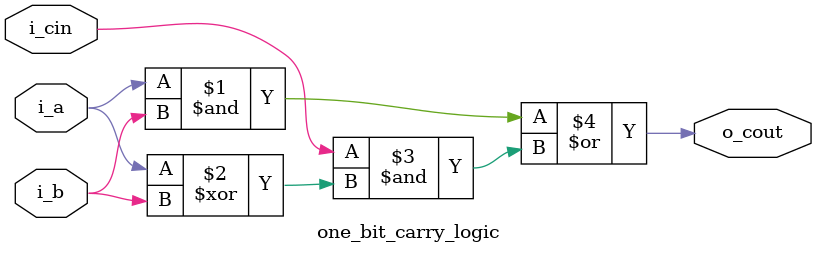
<source format=sv>
module one_bit_full_adder (
    input wire i_a,    // First input bit
    input wire i_b,    // Second input bit
    input wire i_cin,  // Carry input bit
    output wire o_sum, // Output sum bit
    output wire o_cout // Output carry bit
);

  // Instantiate the sum calculation logic sub-module.
  // This module computes the XOR of the three inputs.
  one_bit_sum_logic sum_logic_inst (
    .i_a   (i_a),   // Connect first input
    .i_b   (i_b),   // Connect second input
    .i_cin (i_cin), // Connect carry input
    .o_sum (o_sum)  // Connect to the sum output
  );

  // Instantiate the carry calculation logic sub-module.
  // This module computes the carry-out based on the inputs.
  one_bit_carry_logic carry_logic_inst (
    .i_a    (i_a),    // Connect first input
    .i_b    (i_b),    // Connect second input
    .i_cin  (i_cin),  // Connect carry input
    .o_cout (o_cout)  // Connect to the carry output
  );

endmodule

// one_bit_sum_logic: Calculates the sum bit for a 1-bit full adder.
// This module implements the XOR logic for the sum output (a XOR b XOR cin).
// It is a functional sub-module for the sum calculation.
module one_bit_sum_logic (
    input wire i_a,    // First input bit
    input wire i_b,    // Second input bit
    input wire i_cin,  // Carry input bit
    output wire o_sum  // Output sum bit (i_a ^ i_b ^ i_cin)
);

  assign o_sum = i_a ^ i_b ^ i_cin;

endmodule

// one_bit_carry_logic: Calculates the carry-out bit for a 1-bit full adder.
// This module implements the logic for the carry output ((a AND b) OR (cin AND (a XOR b))).
// It is a functional sub-module for the carry calculation.
module one_bit_carry_logic (
    input wire i_a,    // First input bit
    input wire i_b,    // Second input bit
    input wire i_cin,  // Carry input bit
    output wire o_cout // Output carry bit ((i_a & i_b) | (i_cin & (i_a ^ i_b)))
);

  assign o_cout = (i_a & i_b) | (i_cin & (i_a ^ i_b));

endmodule
</source>
